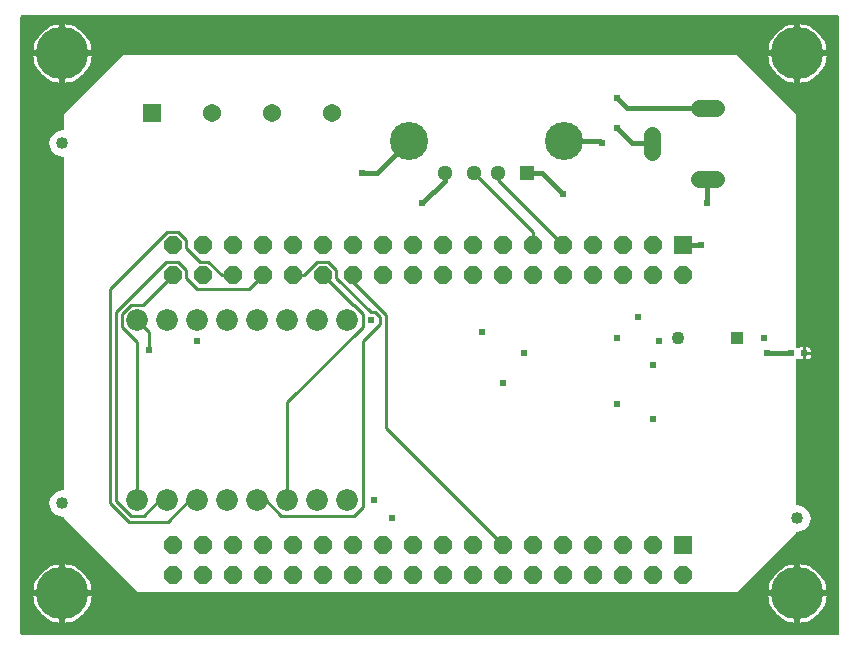
<source format=gbr>
G04 EAGLE Gerber RS-274X export*
G75*
%MOMM*%
%FSLAX34Y34*%
%LPD*%
%INTop Copper*%
%IPPOS*%
%AMOC8*
5,1,8,0,0,1.08239X$1,22.5*%
G01*
%ADD10R,1.540000X1.540000*%
%ADD11C,1.540000*%
%ADD12R,1.288000X1.288000*%
%ADD13C,1.288000*%
%ADD14C,3.220000*%
%ADD15C,1.400000*%
%ADD16C,1.848000*%
%ADD17R,1.524000X1.524000*%
%ADD18P,1.649562X8X202.500000*%
%ADD19R,1.100000X1.100000*%
%ADD20C,1.100000*%
%ADD21C,4.445000*%
%ADD22C,1.016000*%
%ADD23R,0.609600X0.508000*%
%ADD24C,0.381000*%
%ADD25C,0.609600*%
%ADD26C,0.254000*%

G36*
X695744Y526408D02*
X695744Y526408D01*
X695737Y526527D01*
X695724Y526565D01*
X695719Y526606D01*
X695676Y526716D01*
X695639Y526829D01*
X695617Y526864D01*
X695602Y526901D01*
X695533Y526997D01*
X695469Y527098D01*
X695439Y527126D01*
X695416Y527159D01*
X695324Y527235D01*
X695237Y527316D01*
X695202Y527336D01*
X695171Y527361D01*
X695063Y527412D01*
X694959Y527470D01*
X694919Y527480D01*
X694883Y527497D01*
X694766Y527519D01*
X694651Y527549D01*
X694591Y527553D01*
X694571Y527557D01*
X694550Y527555D01*
X694490Y527559D01*
X3810Y527559D01*
X3692Y527544D01*
X3573Y527537D01*
X3535Y527524D01*
X3494Y527519D01*
X3384Y527476D01*
X3271Y527439D01*
X3236Y527417D01*
X3199Y527402D01*
X3103Y527333D01*
X3002Y527269D01*
X2974Y527239D01*
X2941Y527216D01*
X2865Y527124D01*
X2784Y527037D01*
X2764Y527002D01*
X2739Y526971D01*
X2688Y526863D01*
X2630Y526759D01*
X2620Y526719D01*
X2603Y526683D01*
X2581Y526566D01*
X2551Y526451D01*
X2547Y526391D01*
X2543Y526371D01*
X2545Y526350D01*
X2541Y526290D01*
X2541Y3810D01*
X2556Y3692D01*
X2563Y3573D01*
X2576Y3535D01*
X2581Y3494D01*
X2624Y3384D01*
X2661Y3271D01*
X2683Y3236D01*
X2698Y3199D01*
X2767Y3103D01*
X2831Y3002D01*
X2861Y2974D01*
X2884Y2941D01*
X2976Y2865D01*
X3063Y2784D01*
X3098Y2764D01*
X3129Y2739D01*
X3237Y2688D01*
X3341Y2630D01*
X3381Y2620D01*
X3417Y2603D01*
X3534Y2581D01*
X3649Y2551D01*
X3709Y2547D01*
X3729Y2543D01*
X3750Y2545D01*
X3810Y2541D01*
X694490Y2541D01*
X694608Y2556D01*
X694727Y2563D01*
X694765Y2576D01*
X694806Y2581D01*
X694916Y2624D01*
X695029Y2661D01*
X695064Y2683D01*
X695101Y2698D01*
X695197Y2767D01*
X695298Y2831D01*
X695326Y2861D01*
X695359Y2884D01*
X695435Y2976D01*
X695516Y3063D01*
X695536Y3098D01*
X695561Y3129D01*
X695612Y3237D01*
X695670Y3341D01*
X695680Y3381D01*
X695697Y3417D01*
X695719Y3534D01*
X695749Y3649D01*
X695753Y3709D01*
X695757Y3729D01*
X695755Y3750D01*
X695759Y3810D01*
X695759Y526290D01*
X695744Y526408D01*
G37*
%LPC*%
G36*
X39355Y406834D02*
X39355Y406834D01*
X39349Y406946D01*
X39347Y406952D01*
X39347Y406959D01*
X39334Y406998D01*
X39329Y407038D01*
X39288Y407143D01*
X39255Y407250D01*
X39251Y407255D01*
X39249Y407262D01*
X39227Y407296D01*
X39212Y407334D01*
X39146Y407425D01*
X39087Y407520D01*
X39082Y407525D01*
X39079Y407530D01*
X39049Y407558D01*
X39026Y407591D01*
X38939Y407663D01*
X38858Y407740D01*
X38852Y407744D01*
X38847Y407748D01*
X38812Y407768D01*
X38781Y407794D01*
X38679Y407842D01*
X38581Y407897D01*
X38572Y407900D01*
X38569Y407902D01*
X38558Y407905D01*
X38512Y407920D01*
X38493Y407929D01*
X38475Y407933D01*
X38428Y407948D01*
X32568Y409519D01*
X28519Y413568D01*
X27036Y419100D01*
X28519Y424632D01*
X32568Y428681D01*
X38428Y430252D01*
X38532Y430294D01*
X38639Y430329D01*
X38674Y430350D01*
X38711Y430365D01*
X38717Y430369D01*
X38723Y430372D01*
X38813Y430439D01*
X38908Y430499D01*
X38936Y430528D01*
X38969Y430552D01*
X38973Y430557D01*
X38978Y430561D01*
X39049Y430648D01*
X39126Y430731D01*
X39146Y430766D01*
X39171Y430797D01*
X39174Y430803D01*
X39178Y430808D01*
X39225Y430910D01*
X39280Y431009D01*
X39290Y431048D01*
X39307Y431085D01*
X39308Y431092D01*
X39311Y431098D01*
X39331Y431208D01*
X39359Y431317D01*
X39363Y431377D01*
X39367Y431397D01*
X39366Y431404D01*
X39367Y431411D01*
X39366Y431429D01*
X39369Y431478D01*
X39369Y443974D01*
X89426Y494031D01*
X609074Y494031D01*
X659131Y443974D01*
X659131Y246688D01*
X659148Y246550D01*
X659161Y246412D01*
X659168Y246393D01*
X659171Y246373D01*
X659222Y246243D01*
X659269Y246112D01*
X659280Y246096D01*
X659288Y246077D01*
X659369Y245964D01*
X659447Y245849D01*
X659463Y245836D01*
X659474Y245820D01*
X659582Y245731D01*
X659686Y245639D01*
X659704Y245630D01*
X659719Y245617D01*
X659845Y245558D01*
X659969Y245494D01*
X659989Y245490D01*
X660007Y245481D01*
X660144Y245455D01*
X660279Y245425D01*
X660300Y245425D01*
X660320Y245421D01*
X660458Y245430D01*
X660597Y245434D01*
X660617Y245440D01*
X660637Y245441D01*
X660769Y245484D01*
X660903Y245523D01*
X660920Y245533D01*
X660939Y245539D01*
X661057Y245613D01*
X661177Y245684D01*
X661198Y245703D01*
X661208Y245709D01*
X661222Y245724D01*
X661298Y245791D01*
X661380Y245873D01*
X661959Y246208D01*
X662606Y246381D01*
X664719Y246381D01*
X664719Y241300D01*
X664719Y236219D01*
X662606Y236219D01*
X661959Y236392D01*
X661380Y236727D01*
X661298Y236809D01*
X661188Y236895D01*
X661081Y236983D01*
X661062Y236992D01*
X661046Y237004D01*
X660918Y237060D01*
X660793Y237119D01*
X660773Y237123D01*
X660754Y237131D01*
X660617Y237152D01*
X660481Y237179D01*
X660460Y237177D01*
X660440Y237180D01*
X660302Y237167D01*
X660163Y237159D01*
X660144Y237153D01*
X660124Y237151D01*
X659993Y237104D01*
X659861Y237061D01*
X659843Y237050D01*
X659824Y237043D01*
X659710Y236965D01*
X659592Y236891D01*
X659578Y236876D01*
X659561Y236865D01*
X659469Y236760D01*
X659374Y236659D01*
X659364Y236641D01*
X659351Y236626D01*
X659288Y236502D01*
X659220Y236381D01*
X659215Y236361D01*
X659206Y236343D01*
X659176Y236207D01*
X659141Y236073D01*
X659139Y236045D01*
X659137Y236033D01*
X659137Y236012D01*
X659131Y235912D01*
X659131Y113978D01*
X659145Y113866D01*
X659151Y113754D01*
X659165Y113709D01*
X659171Y113662D01*
X659212Y113558D01*
X659245Y113450D01*
X659270Y113410D01*
X659288Y113366D01*
X659354Y113276D01*
X659413Y113180D01*
X659447Y113147D01*
X659474Y113109D01*
X659561Y113037D01*
X659642Y112960D01*
X659683Y112936D01*
X659719Y112906D01*
X659821Y112858D01*
X659919Y112803D01*
X659988Y112780D01*
X660007Y112771D01*
X660025Y112767D01*
X660072Y112752D01*
X665932Y111181D01*
X669981Y107132D01*
X671464Y101600D01*
X669981Y96068D01*
X665932Y92019D01*
X660072Y90448D01*
X659967Y90406D01*
X659861Y90371D01*
X659821Y90346D01*
X659777Y90328D01*
X659687Y90261D01*
X659592Y90201D01*
X659560Y90167D01*
X659522Y90139D01*
X659451Y90051D01*
X659374Y89969D01*
X659351Y89928D01*
X659322Y89892D01*
X659275Y89789D01*
X659220Y89691D01*
X659209Y89645D01*
X659189Y89602D01*
X659169Y89492D01*
X659159Y89454D01*
X609074Y39369D01*
X102126Y39369D01*
X39349Y102146D01*
X39347Y102152D01*
X39347Y102159D01*
X39334Y102198D01*
X39329Y102238D01*
X39288Y102343D01*
X39255Y102450D01*
X39251Y102455D01*
X39249Y102462D01*
X39227Y102496D01*
X39212Y102534D01*
X39146Y102625D01*
X39087Y102720D01*
X39082Y102725D01*
X39079Y102730D01*
X39049Y102758D01*
X39026Y102791D01*
X38939Y102863D01*
X38858Y102940D01*
X38852Y102944D01*
X38847Y102948D01*
X38812Y102968D01*
X38781Y102994D01*
X38679Y103042D01*
X38581Y103097D01*
X38572Y103100D01*
X38569Y103102D01*
X38558Y103105D01*
X38512Y103120D01*
X38493Y103129D01*
X38475Y103133D01*
X38428Y103148D01*
X32568Y104719D01*
X28519Y108768D01*
X27036Y114300D01*
X28519Y119832D01*
X32568Y123881D01*
X38428Y125452D01*
X38532Y125494D01*
X38639Y125529D01*
X38674Y125550D01*
X38711Y125565D01*
X38717Y125569D01*
X38723Y125572D01*
X38813Y125639D01*
X38908Y125699D01*
X38936Y125728D01*
X38969Y125752D01*
X38973Y125757D01*
X38978Y125761D01*
X39049Y125848D01*
X39126Y125931D01*
X39146Y125966D01*
X39171Y125997D01*
X39174Y126003D01*
X39178Y126008D01*
X39225Y126110D01*
X39280Y126209D01*
X39290Y126248D01*
X39307Y126285D01*
X39308Y126292D01*
X39311Y126298D01*
X39331Y126408D01*
X39359Y126517D01*
X39363Y126577D01*
X39367Y126597D01*
X39366Y126604D01*
X39367Y126611D01*
X39366Y126629D01*
X39369Y126678D01*
X39369Y406722D01*
X39355Y406834D01*
G37*
%LPD*%
%LPC*%
G36*
X40639Y497839D02*
X40639Y497839D01*
X40639Y519936D01*
X42255Y519754D01*
X44967Y519135D01*
X47592Y518217D01*
X50099Y517010D01*
X52454Y515530D01*
X54629Y513795D01*
X56595Y511829D01*
X58330Y509654D01*
X59810Y507299D01*
X61017Y504792D01*
X61935Y502167D01*
X62554Y499455D01*
X62736Y497839D01*
X40639Y497839D01*
G37*
%LPD*%
%LPC*%
G36*
X40639Y40639D02*
X40639Y40639D01*
X40639Y62736D01*
X42255Y62554D01*
X44967Y61935D01*
X47592Y61017D01*
X50099Y59810D01*
X52454Y58330D01*
X54629Y56595D01*
X56595Y54629D01*
X58330Y52454D01*
X59810Y50099D01*
X61017Y47592D01*
X61935Y44967D01*
X62554Y42255D01*
X62736Y40639D01*
X40639Y40639D01*
G37*
%LPD*%
%LPC*%
G36*
X662939Y40639D02*
X662939Y40639D01*
X662939Y62736D01*
X664555Y62554D01*
X667267Y61935D01*
X669892Y61017D01*
X672399Y59810D01*
X674754Y58330D01*
X676929Y56595D01*
X678895Y54629D01*
X680630Y52454D01*
X682110Y50099D01*
X683317Y47592D01*
X684235Y44967D01*
X684854Y42255D01*
X685036Y40639D01*
X662939Y40639D01*
G37*
%LPD*%
%LPC*%
G36*
X662939Y497839D02*
X662939Y497839D01*
X662939Y519936D01*
X664555Y519754D01*
X667267Y519135D01*
X669892Y518217D01*
X672399Y517010D01*
X674754Y515530D01*
X676929Y513795D01*
X678895Y511829D01*
X680630Y509654D01*
X682110Y507299D01*
X683317Y504792D01*
X684235Y502167D01*
X684854Y499455D01*
X685036Y497839D01*
X662939Y497839D01*
G37*
%LPD*%
%LPC*%
G36*
X662939Y35561D02*
X662939Y35561D01*
X685036Y35561D01*
X684854Y33945D01*
X684235Y31233D01*
X683317Y28608D01*
X682110Y26101D01*
X680630Y23746D01*
X678895Y21571D01*
X676929Y19605D01*
X674754Y17870D01*
X672399Y16390D01*
X669892Y15183D01*
X667267Y14265D01*
X664555Y13646D01*
X662939Y13464D01*
X662939Y35561D01*
G37*
%LPD*%
%LPC*%
G36*
X40639Y35561D02*
X40639Y35561D01*
X62736Y35561D01*
X62554Y33945D01*
X61935Y31233D01*
X61017Y28608D01*
X59810Y26101D01*
X58330Y23746D01*
X56595Y21571D01*
X54629Y19605D01*
X52454Y17870D01*
X50099Y16390D01*
X47592Y15183D01*
X44967Y14265D01*
X42255Y13646D01*
X40639Y13464D01*
X40639Y35561D01*
G37*
%LPD*%
%LPC*%
G36*
X635764Y497839D02*
X635764Y497839D01*
X635946Y499455D01*
X636565Y502167D01*
X637483Y504792D01*
X638690Y507299D01*
X640170Y509654D01*
X641905Y511829D01*
X643871Y513795D01*
X646046Y515530D01*
X648401Y517010D01*
X650908Y518217D01*
X653533Y519135D01*
X656245Y519754D01*
X657861Y519936D01*
X657861Y497839D01*
X635764Y497839D01*
G37*
%LPD*%
%LPC*%
G36*
X635764Y40639D02*
X635764Y40639D01*
X635946Y42255D01*
X636565Y44967D01*
X637483Y47592D01*
X638690Y50099D01*
X640170Y52454D01*
X641905Y54629D01*
X643871Y56595D01*
X646046Y58330D01*
X648401Y59810D01*
X650908Y61017D01*
X653533Y61935D01*
X656245Y62554D01*
X657861Y62736D01*
X657861Y40639D01*
X635764Y40639D01*
G37*
%LPD*%
%LPC*%
G36*
X40639Y492761D02*
X40639Y492761D01*
X62736Y492761D01*
X62554Y491145D01*
X61935Y488433D01*
X61017Y485808D01*
X59810Y483301D01*
X58330Y480946D01*
X56595Y478771D01*
X54629Y476805D01*
X52454Y475070D01*
X50099Y473590D01*
X47592Y472383D01*
X44967Y471465D01*
X42255Y470846D01*
X40639Y470664D01*
X40639Y492761D01*
G37*
%LPD*%
%LPC*%
G36*
X13464Y40639D02*
X13464Y40639D01*
X13646Y42255D01*
X14265Y44967D01*
X15183Y47592D01*
X16390Y50099D01*
X17870Y52454D01*
X19605Y54629D01*
X21571Y56595D01*
X23746Y58330D01*
X26101Y59810D01*
X28608Y61017D01*
X31233Y61935D01*
X33945Y62554D01*
X35561Y62736D01*
X35561Y40639D01*
X13464Y40639D01*
G37*
%LPD*%
%LPC*%
G36*
X13464Y497839D02*
X13464Y497839D01*
X13646Y499455D01*
X14265Y502167D01*
X15183Y504792D01*
X16390Y507299D01*
X17870Y509654D01*
X19605Y511829D01*
X21571Y513795D01*
X23746Y515530D01*
X26101Y517010D01*
X28608Y518217D01*
X31233Y519135D01*
X33945Y519754D01*
X35561Y519936D01*
X35561Y497839D01*
X13464Y497839D01*
G37*
%LPD*%
%LPC*%
G36*
X662939Y492761D02*
X662939Y492761D01*
X685036Y492761D01*
X684854Y491145D01*
X684235Y488433D01*
X683317Y485808D01*
X682110Y483301D01*
X680630Y480946D01*
X678895Y478771D01*
X676929Y476805D01*
X674754Y475070D01*
X672399Y473590D01*
X669892Y472383D01*
X667267Y471465D01*
X664555Y470846D01*
X662939Y470664D01*
X662939Y492761D01*
G37*
%LPD*%
%LPC*%
G36*
X33945Y13646D02*
X33945Y13646D01*
X31233Y14265D01*
X28608Y15183D01*
X26101Y16390D01*
X23746Y17870D01*
X21571Y19605D01*
X19605Y21571D01*
X17870Y23746D01*
X16390Y26101D01*
X15183Y28608D01*
X14265Y31233D01*
X13646Y33945D01*
X13464Y35561D01*
X35561Y35561D01*
X35561Y13464D01*
X33945Y13646D01*
G37*
%LPD*%
%LPC*%
G36*
X33945Y470846D02*
X33945Y470846D01*
X31233Y471465D01*
X28608Y472383D01*
X26101Y473590D01*
X23746Y475070D01*
X21571Y476805D01*
X19605Y478771D01*
X17870Y480946D01*
X16390Y483301D01*
X15183Y485808D01*
X14265Y488433D01*
X13646Y491145D01*
X13464Y492761D01*
X35561Y492761D01*
X35561Y470664D01*
X33945Y470846D01*
G37*
%LPD*%
%LPC*%
G36*
X656245Y470846D02*
X656245Y470846D01*
X653533Y471465D01*
X650908Y472383D01*
X648401Y473590D01*
X646046Y475070D01*
X643871Y476805D01*
X641905Y478771D01*
X640170Y480946D01*
X638690Y483301D01*
X637483Y485808D01*
X636565Y488433D01*
X635946Y491145D01*
X635764Y492761D01*
X657861Y492761D01*
X657861Y470664D01*
X656245Y470846D01*
G37*
%LPD*%
%LPC*%
G36*
X656245Y13646D02*
X656245Y13646D01*
X653533Y14265D01*
X650908Y15183D01*
X648401Y16390D01*
X646046Y17870D01*
X643871Y19605D01*
X641905Y21571D01*
X640170Y23746D01*
X638690Y26101D01*
X637483Y28608D01*
X636565Y31233D01*
X635946Y33945D01*
X635764Y35561D01*
X657861Y35561D01*
X657861Y13464D01*
X656245Y13646D01*
G37*
%LPD*%
%LPC*%
G36*
X667257Y242569D02*
X667257Y242569D01*
X667257Y246381D01*
X669370Y246381D01*
X670017Y246208D01*
X670596Y245873D01*
X671069Y245400D01*
X671404Y244821D01*
X671577Y244174D01*
X671577Y242569D01*
X667257Y242569D01*
G37*
%LPD*%
%LPC*%
G36*
X667257Y236219D02*
X667257Y236219D01*
X667257Y240031D01*
X671577Y240031D01*
X671577Y238426D01*
X671404Y237779D01*
X671069Y237200D01*
X670596Y236727D01*
X670017Y236392D01*
X669370Y236219D01*
X667257Y236219D01*
G37*
%LPD*%
%LPC*%
G36*
X38099Y495299D02*
X38099Y495299D01*
X38099Y495301D01*
X38101Y495301D01*
X38101Y495299D01*
X38099Y495299D01*
G37*
%LPD*%
%LPC*%
G36*
X660399Y38099D02*
X660399Y38099D01*
X660399Y38101D01*
X660401Y38101D01*
X660401Y38099D01*
X660399Y38099D01*
G37*
%LPD*%
%LPC*%
G36*
X660399Y495299D02*
X660399Y495299D01*
X660399Y495301D01*
X660401Y495301D01*
X660401Y495299D01*
X660399Y495299D01*
G37*
%LPD*%
%LPC*%
G36*
X38099Y38099D02*
X38099Y38099D01*
X38099Y38101D01*
X38101Y38101D01*
X38101Y38099D01*
X38099Y38099D01*
G37*
%LPD*%
D10*
X114300Y444500D03*
D11*
X165100Y444500D03*
X215900Y444500D03*
X266700Y444500D03*
D12*
X431800Y393700D03*
D13*
X406800Y393700D03*
X386800Y393700D03*
X361800Y393700D03*
D14*
X462500Y420800D03*
X331100Y420800D03*
D15*
X577200Y449100D02*
X591200Y449100D01*
X591200Y389100D02*
X577200Y389100D01*
X537200Y412100D02*
X537200Y426100D01*
D16*
X279400Y269240D03*
X254000Y269240D03*
X228600Y269240D03*
X203200Y269240D03*
X177800Y269240D03*
X152400Y269240D03*
X127000Y269240D03*
X101600Y269240D03*
X101600Y116840D03*
X127000Y116840D03*
X152400Y116840D03*
X177800Y116840D03*
X203200Y116840D03*
X228600Y116840D03*
X254000Y116840D03*
X279400Y116840D03*
D17*
X563200Y333000D03*
D18*
X563200Y307600D03*
X537800Y333000D03*
X537800Y307600D03*
X512400Y333000D03*
X512400Y307600D03*
X487000Y333000D03*
X487000Y307600D03*
X461600Y333000D03*
X461600Y307600D03*
X436200Y333000D03*
X436200Y307600D03*
X410800Y333000D03*
X410800Y307600D03*
X385400Y333000D03*
X385400Y307600D03*
X360000Y333000D03*
X360000Y307600D03*
X334600Y333000D03*
X334600Y307600D03*
X309200Y333000D03*
X309200Y307600D03*
X283800Y333000D03*
X283800Y307600D03*
X258400Y333000D03*
X258400Y307600D03*
X233000Y333000D03*
X233000Y307600D03*
X207600Y333000D03*
X207600Y307600D03*
X182200Y333000D03*
X182200Y307600D03*
X156800Y333000D03*
X156800Y307600D03*
X131400Y333000D03*
X131400Y307600D03*
D17*
X563200Y79000D03*
D18*
X563200Y53600D03*
X537800Y79000D03*
X537800Y53600D03*
X512400Y79000D03*
X512400Y53600D03*
X487000Y79000D03*
X487000Y53600D03*
X461600Y79000D03*
X461600Y53600D03*
X436200Y79000D03*
X436200Y53600D03*
X410800Y79000D03*
X410800Y53600D03*
X385400Y79000D03*
X385400Y53600D03*
X360000Y79000D03*
X360000Y53600D03*
X334600Y79000D03*
X334600Y53600D03*
X309200Y79000D03*
X309200Y53600D03*
X283800Y79000D03*
X283800Y53600D03*
X258400Y79000D03*
X258400Y53600D03*
X233000Y79000D03*
X233000Y53600D03*
X207600Y79000D03*
X207600Y53600D03*
X182200Y79000D03*
X182200Y53600D03*
X156800Y79000D03*
X156800Y53600D03*
X131400Y79000D03*
X131400Y53600D03*
D19*
X609200Y254000D03*
D20*
X559200Y254000D03*
D21*
X38100Y38100D03*
X38100Y495300D03*
X660400Y495300D03*
X660400Y38100D03*
D22*
X660400Y101600D03*
X38100Y114300D03*
X38100Y419100D03*
D23*
X665988Y241300D03*
X654812Y241300D03*
D24*
X493600Y420800D02*
X462500Y420800D01*
X493600Y420800D02*
X495300Y419100D01*
D25*
X495300Y419100D03*
D24*
X520700Y419100D02*
X537200Y419100D01*
X520700Y419100D02*
X508000Y431800D01*
D25*
X508000Y431800D03*
D24*
X516100Y449100D02*
X584200Y449100D01*
X516100Y449100D02*
X508000Y457200D01*
D25*
X508000Y457200D03*
X299720Y269240D03*
X302260Y116840D03*
X317500Y101600D03*
X525780Y271780D03*
X393700Y259080D03*
D24*
X635000Y241300D02*
X654812Y241300D01*
D25*
X635000Y241300D03*
D24*
X331100Y420800D02*
X304000Y393700D01*
X292100Y393700D01*
D25*
X292100Y393700D03*
D24*
X361800Y393700D02*
X361800Y387200D01*
X342900Y368300D01*
D25*
X342900Y368300D03*
X152400Y251460D03*
X538480Y231140D03*
X543560Y251460D03*
D26*
X283800Y302043D02*
X283800Y307600D01*
X311658Y178142D02*
X410800Y79000D01*
X311658Y274185D02*
X283800Y302043D01*
X311658Y274185D02*
X311658Y178142D01*
X292450Y263835D02*
X292450Y274646D01*
X284806Y282290D01*
X228600Y199985D02*
X228600Y116840D01*
X283710Y282290D02*
X284806Y282290D01*
X283710Y282290D02*
X258400Y307600D01*
X292450Y263835D02*
X228600Y199985D01*
X292450Y111435D02*
X284806Y103790D01*
X306578Y266399D02*
X306578Y272081D01*
X302561Y276098D01*
X269830Y312335D02*
X263135Y319030D01*
X253666Y319030D01*
X223195Y103790D02*
X284806Y103790D01*
X292450Y111435D02*
X292450Y252271D01*
X306578Y266399D01*
X302561Y276098D02*
X299138Y276098D01*
X269830Y305406D01*
X269830Y312335D01*
X242236Y307600D02*
X233000Y307600D01*
X242236Y307600D02*
X253666Y319030D01*
X210145Y116840D02*
X203200Y116840D01*
X210145Y116840D02*
X223195Y103790D01*
X461600Y333000D02*
X406800Y387800D01*
X406800Y393700D01*
X436200Y344300D02*
X436200Y333000D01*
X436200Y344300D02*
X386800Y393700D01*
X107006Y103790D02*
X96195Y103790D01*
X142830Y312335D02*
X136135Y319030D01*
X83470Y116515D02*
X96195Y103790D01*
X83470Y116515D02*
X83470Y276750D01*
X125750Y319030D01*
X136135Y319030D01*
X127000Y116840D02*
X120056Y116840D01*
X107006Y103790D01*
X142830Y305406D02*
X142830Y312335D01*
X142830Y305406D02*
X152066Y296170D01*
X196170Y296170D01*
X207600Y307600D01*
X136135Y344430D02*
X126666Y344430D01*
X136135Y344430D02*
X142830Y337735D01*
X78390Y114410D02*
X94090Y98710D01*
X142830Y330806D02*
X142830Y337735D01*
X142830Y330806D02*
X154606Y319030D01*
X161535Y319030D01*
X172965Y307600D02*
X182200Y307600D01*
X172965Y307600D02*
X161535Y319030D01*
X127326Y98710D02*
X94090Y98710D01*
X78390Y114410D02*
X78390Y296155D01*
X126666Y344430D01*
X145456Y116840D02*
X152400Y116840D01*
X145456Y116840D02*
X127326Y98710D01*
X106090Y282290D02*
X131400Y307600D01*
X106090Y282290D02*
X96195Y282290D01*
X88550Y274646D01*
X88550Y263835D01*
X101600Y250785D02*
X101600Y116840D01*
X101600Y250785D02*
X88550Y263835D01*
D25*
X411480Y215900D03*
X429260Y241300D03*
X508000Y254000D03*
D24*
X444500Y393700D02*
X431800Y393700D01*
X444500Y393700D02*
X462280Y375920D01*
D25*
X462280Y375920D03*
D24*
X563200Y333000D02*
X578860Y333000D01*
X579120Y332740D01*
D25*
X579120Y332740D03*
D24*
X584200Y368300D02*
X584200Y389100D01*
D25*
X584200Y368300D03*
X111760Y243840D03*
X632460Y254000D03*
X538480Y185420D03*
X508000Y198120D03*
D26*
X111760Y259080D02*
X101600Y269240D01*
X111760Y259080D02*
X111760Y243840D01*
M02*

</source>
